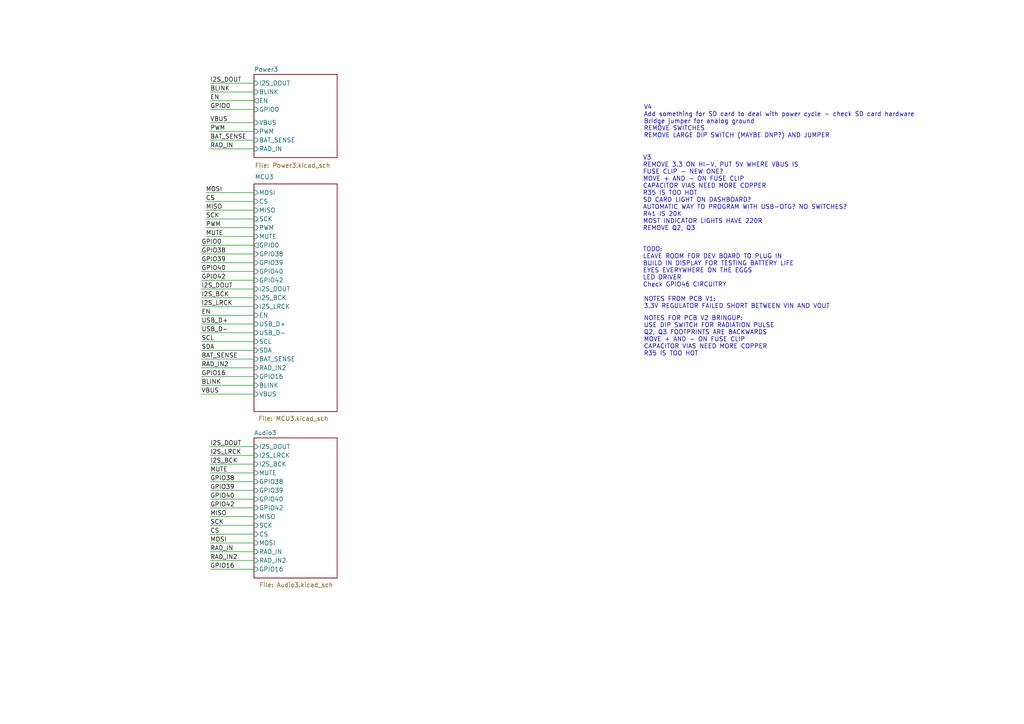
<source format=kicad_sch>
(kicad_sch
	(version 20250114)
	(generator "eeschema")
	(generator_version "9.0")
	(uuid "0a781558-ebe5-4562-8748-3cbe471da24e")
	(paper "A4")
	(title_block
		(title "POWER")
	)
	(lib_symbols)
	(text "V3\nREMOVE 3.3 ON HI-V, PUT 5V WHERE VBUS IS\nFUSE CLIP - NEW ONE?\nMOVE + AND - ON FUSE CLIP\nCAPACITOR VIAS NEED MORE COPPER\nR35 IS TOO HOT\nSD CARD LIGHT ON DASHBOARD?\nAUTOMATIC WAY TO PROGRAM WITH USB-OTG? NO SWITCHES?\nR41 IS 20K\nMOST INDICATOR LIGHTS HAVE 220R \nREMOVE Q2, Q3\n\n\nTODO:\nLEAVE ROOM FOR DEV BOARD TO PLUG IN\nBUILD IN DISPLAY FOR TESTING BATTERY LIFE\nEYES EVERYWHERE ON THE EGGS\nLED DRIVER\nCheck GPIO46 CIRCUITRY"
		(exclude_from_sim no)
		(at 186.436 64.262 0)
		(effects
			(font
				(size 1.27 1.27)
			)
			(justify left)
		)
		(uuid "3760ff42-b08b-4703-aaf8-aeb1eb1db20c")
	)
	(text "NOTES FOR PCB V2 BRINGUP:\nUSE DIP SWITCH FOR RADIATION PULSE\nQ2, Q3 FOOTPRINTS ARE BACKWARDS\nMOVE + AND - ON FUSE CLIP\nCAPACITOR VIAS NEED MORE COPPER\nR35 IS TOO HOT"
		(exclude_from_sim no)
		(at 186.69 97.536 0)
		(effects
			(font
				(size 1.27 1.27)
			)
			(justify left)
		)
		(uuid "3eee940c-3daf-4539-b402-6624e95890bf")
	)
	(text "NOTES FROM PCB V1:\n3.3V REGULATOR FAILED SHORT BETWEEN VIN AND VOUT"
		(exclude_from_sim no)
		(at 186.69 87.884 0)
		(effects
			(font
				(size 1.27 1.27)
			)
			(justify left)
		)
		(uuid "4bc7d904-9336-4473-9b75-88914af7bb07")
	)
	(text "V4\nAdd something for SD card to deal with power cycle - check SD card hardware\nBrIdge jumper for analog ground\nREMOVE SWITCHES\nREMOVE LARGE DIP SWITCH (MAYBE DNP?) AND JUMPER"
		(exclude_from_sim no)
		(at 186.69 35.306 0)
		(effects
			(font
				(size 1.27 1.27)
			)
			(justify left)
		)
		(uuid "6a804290-2ff1-43fc-a1f8-95684da6e0d8")
	)
	(wire
		(pts
			(xy 58.42 78.74) (xy 73.66 78.74)
		)
		(stroke
			(width 0)
			(type default)
		)
		(uuid "00d51275-3c9f-4e8a-891d-674dc05285b5")
	)
	(wire
		(pts
			(xy 58.42 96.52) (xy 73.66 96.52)
		)
		(stroke
			(width 0)
			(type default)
		)
		(uuid "17d01d1f-b5ad-4bf7-9839-bc7a01be1db2")
	)
	(wire
		(pts
			(xy 58.42 81.28) (xy 73.66 81.28)
		)
		(stroke
			(width 0)
			(type default)
		)
		(uuid "187f0d01-d358-4a97-9462-d67bb09ab9e1")
	)
	(wire
		(pts
			(xy 73.66 83.82) (xy 58.42 83.82)
		)
		(stroke
			(width 0)
			(type default)
		)
		(uuid "1a434ad7-f196-4851-a582-b8f2a94077c2")
	)
	(wire
		(pts
			(xy 60.96 31.75) (xy 73.66 31.75)
		)
		(stroke
			(width 0)
			(type default)
		)
		(uuid "1cd59efe-9f8b-40dd-aa67-1cc8e5d9a440")
	)
	(wire
		(pts
			(xy 58.42 73.66) (xy 73.66 73.66)
		)
		(stroke
			(width 0)
			(type default)
		)
		(uuid "1f3eada3-dc51-49f7-92d4-97b65c693013")
	)
	(wire
		(pts
			(xy 73.66 114.3) (xy 58.42 114.3)
		)
		(stroke
			(width 0)
			(type default)
		)
		(uuid "20481f50-9904-4cae-92e6-53bc82e1a12f")
	)
	(wire
		(pts
			(xy 73.66 111.76) (xy 58.42 111.76)
		)
		(stroke
			(width 0)
			(type default)
		)
		(uuid "20cbcacc-7ce9-4a41-af38-17a075f5758c")
	)
	(wire
		(pts
			(xy 59.69 63.5) (xy 73.66 63.5)
		)
		(stroke
			(width 0)
			(type default)
		)
		(uuid "2349a2cd-4fa2-4b67-b5fc-2f7231be1c94")
	)
	(wire
		(pts
			(xy 73.66 149.86) (xy 60.96 149.86)
		)
		(stroke
			(width 0)
			(type default)
		)
		(uuid "26a05d0a-9edb-4a62-9a87-9f2e9e9d5b40")
	)
	(wire
		(pts
			(xy 60.96 132.08) (xy 73.66 132.08)
		)
		(stroke
			(width 0)
			(type default)
		)
		(uuid "2a86a4a0-ad2d-493d-bb50-56860e94f7c6")
	)
	(wire
		(pts
			(xy 60.96 142.24) (xy 73.66 142.24)
		)
		(stroke
			(width 0)
			(type default)
		)
		(uuid "2c6488b6-6959-43f7-a3a6-6be4d53343b9")
	)
	(wire
		(pts
			(xy 73.66 88.9) (xy 58.42 88.9)
		)
		(stroke
			(width 0)
			(type default)
		)
		(uuid "37c95b4b-3806-4d96-9f5e-1632f608b932")
	)
	(wire
		(pts
			(xy 73.66 129.54) (xy 60.96 129.54)
		)
		(stroke
			(width 0)
			(type default)
		)
		(uuid "4341ca1c-7bdc-4b1a-8e3b-8b122da564a9")
	)
	(wire
		(pts
			(xy 73.66 109.22) (xy 58.42 109.22)
		)
		(stroke
			(width 0)
			(type default)
		)
		(uuid "43949e9e-b128-4f98-86ad-9f6fb5c578e5")
	)
	(wire
		(pts
			(xy 58.42 71.12) (xy 73.66 71.12)
		)
		(stroke
			(width 0)
			(type default)
		)
		(uuid "53733d68-5b7d-4366-93c4-7c364f49d99f")
	)
	(wire
		(pts
			(xy 58.42 93.98) (xy 73.66 93.98)
		)
		(stroke
			(width 0)
			(type default)
		)
		(uuid "6a16eb77-e9e1-4606-a657-b42998640c14")
	)
	(wire
		(pts
			(xy 60.96 26.67) (xy 73.66 26.67)
		)
		(stroke
			(width 0)
			(type default)
		)
		(uuid "709bb0ff-7676-4b1f-a009-7e218858d457")
	)
	(wire
		(pts
			(xy 60.96 147.32) (xy 73.66 147.32)
		)
		(stroke
			(width 0)
			(type default)
		)
		(uuid "76d84608-c5e4-49f6-9b3a-326468a0be34")
	)
	(wire
		(pts
			(xy 73.66 104.14) (xy 58.42 104.14)
		)
		(stroke
			(width 0)
			(type default)
		)
		(uuid "7cd84569-910e-45f0-b3af-9990a2b4f597")
	)
	(wire
		(pts
			(xy 60.96 165.1) (xy 73.66 165.1)
		)
		(stroke
			(width 0)
			(type default)
		)
		(uuid "82b65cc8-2759-4a69-843b-7bf75bd067fb")
	)
	(wire
		(pts
			(xy 60.96 139.7) (xy 73.66 139.7)
		)
		(stroke
			(width 0)
			(type default)
		)
		(uuid "843b94d0-39c3-4417-af26-4f8540756cad")
	)
	(wire
		(pts
			(xy 73.66 154.94) (xy 60.96 154.94)
		)
		(stroke
			(width 0)
			(type default)
		)
		(uuid "847ba38e-b3c4-4e0b-b6b8-7ba2cec47502")
	)
	(wire
		(pts
			(xy 73.66 152.4) (xy 60.96 152.4)
		)
		(stroke
			(width 0)
			(type default)
		)
		(uuid "87a3532f-7301-4486-9ec8-ffe18b051e79")
	)
	(wire
		(pts
			(xy 59.69 68.58) (xy 73.66 68.58)
		)
		(stroke
			(width 0)
			(type default)
		)
		(uuid "8bc69226-4d57-407d-9a32-3451aa289fd4")
	)
	(wire
		(pts
			(xy 73.66 35.56) (xy 60.96 35.56)
		)
		(stroke
			(width 0)
			(type default)
		)
		(uuid "8c34e4b0-ce49-4e2c-bd42-f03f49e2f403")
	)
	(wire
		(pts
			(xy 59.69 60.96) (xy 73.66 60.96)
		)
		(stroke
			(width 0)
			(type default)
		)
		(uuid "965637de-3f0b-43f2-8ebe-c36f32f4b1af")
	)
	(wire
		(pts
			(xy 73.66 160.02) (xy 60.96 160.02)
		)
		(stroke
			(width 0)
			(type default)
		)
		(uuid "a4aca49d-b192-430f-9c2f-3039055b765d")
	)
	(wire
		(pts
			(xy 58.42 91.44) (xy 73.66 91.44)
		)
		(stroke
			(width 0)
			(type default)
		)
		(uuid "ac4f844c-1dd4-41f8-b318-b2f1682b2083")
	)
	(wire
		(pts
			(xy 60.96 29.21) (xy 73.66 29.21)
		)
		(stroke
			(width 0)
			(type default)
		)
		(uuid "af118617-c222-4f30-8373-29594edcb5fc")
	)
	(wire
		(pts
			(xy 73.66 106.68) (xy 58.42 106.68)
		)
		(stroke
			(width 0)
			(type default)
		)
		(uuid "b17aac35-fa9a-4019-ad77-46e665980248")
	)
	(wire
		(pts
			(xy 73.66 38.1) (xy 60.96 38.1)
		)
		(stroke
			(width 0)
			(type default)
		)
		(uuid "b3ae3e40-f9a7-414a-8597-e39f90168936")
	)
	(wire
		(pts
			(xy 59.69 66.04) (xy 73.66 66.04)
		)
		(stroke
			(width 0)
			(type default)
		)
		(uuid "b7a8d237-6f65-46de-af6f-8322c4e05e11")
	)
	(wire
		(pts
			(xy 60.96 134.62) (xy 73.66 134.62)
		)
		(stroke
			(width 0)
			(type default)
		)
		(uuid "ba42c7b6-74ea-406c-9dfe-fdb010a28b2b")
	)
	(wire
		(pts
			(xy 58.42 76.2) (xy 73.66 76.2)
		)
		(stroke
			(width 0)
			(type default)
		)
		(uuid "bf0020e8-5e68-41fd-aeaa-f8f0f2f49132")
	)
	(wire
		(pts
			(xy 73.66 43.18) (xy 60.96 43.18)
		)
		(stroke
			(width 0)
			(type default)
		)
		(uuid "cb7f8548-92a4-4a3a-b534-a7dca254f3a3")
	)
	(wire
		(pts
			(xy 58.42 99.06) (xy 73.66 99.06)
		)
		(stroke
			(width 0)
			(type default)
		)
		(uuid "cf38914f-a75b-45a2-8271-bd7d08670489")
	)
	(wire
		(pts
			(xy 60.96 144.78) (xy 73.66 144.78)
		)
		(stroke
			(width 0)
			(type default)
		)
		(uuid "d1d79501-bf39-40db-bae4-79a8b9ce44f6")
	)
	(wire
		(pts
			(xy 73.66 86.36) (xy 58.42 86.36)
		)
		(stroke
			(width 0)
			(type default)
		)
		(uuid "dc84777f-09a7-43cc-a4f4-c67041b2440a")
	)
	(wire
		(pts
			(xy 73.66 157.48) (xy 60.96 157.48)
		)
		(stroke
			(width 0)
			(type default)
		)
		(uuid "de05d0c3-7f33-4363-b68f-8f4dbdf73d1a")
	)
	(wire
		(pts
			(xy 73.66 162.56) (xy 60.96 162.56)
		)
		(stroke
			(width 0)
			(type default)
		)
		(uuid "e95ea8e5-a5ae-4f3d-8002-d1918dc30fd6")
	)
	(wire
		(pts
			(xy 58.42 101.6) (xy 73.66 101.6)
		)
		(stroke
			(width 0)
			(type default)
		)
		(uuid "ee940359-9c37-49e9-97b1-b76630c44c50")
	)
	(wire
		(pts
			(xy 60.96 24.13) (xy 73.66 24.13)
		)
		(stroke
			(width 0)
			(type default)
		)
		(uuid "f23393b7-5aea-4103-a55b-328cb1d1e294")
	)
	(wire
		(pts
			(xy 60.96 137.16) (xy 73.66 137.16)
		)
		(stroke
			(width 0)
			(type default)
		)
		(uuid "f3aa6aba-7ed2-4bc6-ae38-a3aad0eacbbd")
	)
	(wire
		(pts
			(xy 73.66 40.64) (xy 60.96 40.64)
		)
		(stroke
			(width 0)
			(type default)
		)
		(uuid "f6d308ab-8708-4688-b9dc-58fdc2440899")
	)
	(wire
		(pts
			(xy 73.66 55.88) (xy 59.69 55.88)
		)
		(stroke
			(width 0)
			(type default)
		)
		(uuid "f7504d3f-b4bb-42df-8c57-89dfdff49f4d")
	)
	(wire
		(pts
			(xy 59.69 58.42) (xy 73.66 58.42)
		)
		(stroke
			(width 0)
			(type default)
		)
		(uuid "f846ba87-39b0-4205-8dc9-f0d22e065528")
	)
	(label "SDA"
		(at 58.42 101.6 0)
		(effects
			(font
				(size 1.27 1.27)
			)
			(justify left bottom)
		)
		(uuid "00e90810-afd1-4318-b29c-40c2262d391c")
	)
	(label "MUTE"
		(at 59.69 68.58 0)
		(effects
			(font
				(size 1.27 1.27)
			)
			(justify left bottom)
		)
		(uuid "05f2e2a5-c19c-4aca-a249-dc5a97e1fe9b")
	)
	(label "VBUS"
		(at 60.96 35.56 0)
		(effects
			(font
				(size 1.27 1.27)
			)
			(justify left bottom)
		)
		(uuid "10a5282e-e56a-4652-9819-8a97103526d3")
	)
	(label "USB_D-"
		(at 58.42 96.52 0)
		(effects
			(font
				(size 1.27 1.27)
			)
			(justify left bottom)
		)
		(uuid "13367ad7-c3da-45b9-8f68-2c488acba365")
	)
	(label "I2S_LRCK"
		(at 60.96 132.08 0)
		(effects
			(font
				(size 1.27 1.27)
			)
			(justify left bottom)
		)
		(uuid "1526b434-c438-4564-8d08-ec918847368e")
	)
	(label "GPIO16"
		(at 58.42 109.22 0)
		(effects
			(font
				(size 1.27 1.27)
			)
			(justify left bottom)
		)
		(uuid "1a803dd8-1afb-4b19-a0f3-1c92a9946fa2")
	)
	(label "MISO"
		(at 60.96 149.86 0)
		(effects
			(font
				(size 1.27 1.27)
			)
			(justify left bottom)
		)
		(uuid "1ecbbbd5-33f2-4a4e-be9e-8fcf78287925")
	)
	(label "BAT_SENSE"
		(at 58.42 104.14 0)
		(effects
			(font
				(size 1.27 1.27)
			)
			(justify left bottom)
		)
		(uuid "21b7c23e-0dec-4a16-b235-08908dda8944")
	)
	(label "PWM"
		(at 60.96 38.1 0)
		(effects
			(font
				(size 1.27 1.27)
			)
			(justify left bottom)
		)
		(uuid "29668604-2b20-4cd5-975d-bb60ea28c91c")
	)
	(label "GPIO0"
		(at 58.42 71.12 0)
		(effects
			(font
				(size 1.27 1.27)
			)
			(justify left bottom)
		)
		(uuid "2b82d51c-69f6-4a17-a439-1607ab63c04e")
	)
	(label "I2S_LRCK"
		(at 58.42 88.9 0)
		(effects
			(font
				(size 1.27 1.27)
			)
			(justify left bottom)
		)
		(uuid "2e856661-ffc8-433d-961f-3cc88a633fc0")
	)
	(label "MUTE"
		(at 60.96 137.16 0)
		(effects
			(font
				(size 1.27 1.27)
			)
			(justify left bottom)
		)
		(uuid "3f75cbd6-0d04-437f-b06b-c753c532c22c")
	)
	(label "GPIO16"
		(at 60.96 165.1 0)
		(effects
			(font
				(size 1.27 1.27)
			)
			(justify left bottom)
		)
		(uuid "4b6d1865-d4ce-4ecc-84a1-66a8475d124a")
	)
	(label "MISO"
		(at 59.69 60.96 0)
		(effects
			(font
				(size 1.27 1.27)
			)
			(justify left bottom)
		)
		(uuid "4e19abde-7a89-450d-8f97-d46fa14900d4")
	)
	(label "GPIO40"
		(at 60.96 144.78 0)
		(effects
			(font
				(size 1.27 1.27)
			)
			(justify left bottom)
		)
		(uuid "51f1376f-5415-4718-8556-d413c632a37c")
	)
	(label "MOSI"
		(at 59.69 55.88 0)
		(effects
			(font
				(size 1.27 1.27)
			)
			(justify left bottom)
		)
		(uuid "59846df6-9020-4337-918f-d749baabe3ee")
	)
	(label "BLINK"
		(at 60.96 26.67 0)
		(effects
			(font
				(size 1.27 1.27)
			)
			(justify left bottom)
		)
		(uuid "647ff05e-a383-427e-a40d-e627c7a105c7")
	)
	(label "GPIO38"
		(at 58.42 73.66 0)
		(effects
			(font
				(size 1.27 1.27)
			)
			(justify left bottom)
		)
		(uuid "6a00b6c3-bb39-4e1a-a30f-27621c7b01ec")
	)
	(label "RAD_IN2"
		(at 58.42 106.68 0)
		(effects
			(font
				(size 1.27 1.27)
			)
			(justify left bottom)
		)
		(uuid "6a18a20a-7e7e-484a-b87c-2bfc901fccfe")
	)
	(label "I2S_BCK"
		(at 60.96 134.62 0)
		(effects
			(font
				(size 1.27 1.27)
			)
			(justify left bottom)
		)
		(uuid "738a9128-26f7-487a-98bf-62a7d01e5783")
	)
	(label "GPIO39"
		(at 58.42 76.2 0)
		(effects
			(font
				(size 1.27 1.27)
			)
			(justify left bottom)
		)
		(uuid "83910de1-90f7-46eb-85d8-2a6fc067ec1d")
	)
	(label "SCK"
		(at 59.69 63.5 0)
		(effects
			(font
				(size 1.27 1.27)
			)
			(justify left bottom)
		)
		(uuid "8c63ff11-be6d-4429-b189-df83fb34bd1c")
	)
	(label "PWM"
		(at 59.69 66.04 0)
		(effects
			(font
				(size 1.27 1.27)
			)
			(justify left bottom)
		)
		(uuid "92bd6725-83ca-4375-aa9e-d8dc0fa5424e")
	)
	(label "CS"
		(at 59.69 58.42 0)
		(effects
			(font
				(size 1.27 1.27)
			)
			(justify left bottom)
		)
		(uuid "934a300d-a898-4abc-beb5-a95bf953e24a")
	)
	(label "CS"
		(at 60.96 154.94 0)
		(effects
			(font
				(size 1.27 1.27)
			)
			(justify left bottom)
		)
		(uuid "9b7233ac-42c1-436c-8c47-cc57170128c7")
	)
	(label "USB_D+"
		(at 58.42 93.98 0)
		(effects
			(font
				(size 1.27 1.27)
			)
			(justify left bottom)
		)
		(uuid "a70b322a-ae54-4e3d-bbf4-8ae95bffa33c")
	)
	(label "RAD_IN2"
		(at 60.96 162.56 0)
		(effects
			(font
				(size 1.27 1.27)
			)
			(justify left bottom)
		)
		(uuid "a77e46a2-b816-4ed8-9f57-7dcfd52765e8")
	)
	(label "GPIO38"
		(at 60.96 139.7 0)
		(effects
			(font
				(size 1.27 1.27)
			)
			(justify left bottom)
		)
		(uuid "aa7e27ac-da64-4867-9e44-0daa47cb08a1")
	)
	(label "BLINK"
		(at 58.42 111.76 0)
		(effects
			(font
				(size 1.27 1.27)
			)
			(justify left bottom)
		)
		(uuid "ac1a1a16-6cb9-4a91-b9bb-87b4cdeb0bb8")
	)
	(label "GPIO0"
		(at 60.96 31.75 0)
		(effects
			(font
				(size 1.27 1.27)
			)
			(justify left bottom)
		)
		(uuid "b0d1a239-4248-4692-b245-e34f484ba3fb")
	)
	(label "BAT_SENSE"
		(at 60.96 40.64 0)
		(effects
			(font
				(size 1.27 1.27)
			)
			(justify left bottom)
		)
		(uuid "b5f309b9-72fb-497c-b7cc-8bba35d7c773")
	)
	(label "SCL"
		(at 58.42 99.06 0)
		(effects
			(font
				(size 1.27 1.27)
			)
			(justify left bottom)
		)
		(uuid "b6ff34ce-9673-4332-9c37-7e556c027b19")
	)
	(label "GPIO42"
		(at 60.96 147.32 0)
		(effects
			(font
				(size 1.27 1.27)
			)
			(justify left bottom)
		)
		(uuid "ca08bb8e-cf04-4fdf-b75d-00590be55fbf")
	)
	(label "GPIO39"
		(at 60.96 142.24 0)
		(effects
			(font
				(size 1.27 1.27)
			)
			(justify left bottom)
		)
		(uuid "cf981ae6-3756-44cc-97ea-911ad8bb43f5")
	)
	(label "VBUS"
		(at 58.42 114.3 0)
		(effects
			(font
				(size 1.27 1.27)
			)
			(justify left bottom)
		)
		(uuid "d1b95b20-ea76-4b39-b82c-fde0bff583f1")
	)
	(label "RAD_IN"
		(at 60.96 43.18 0)
		(effects
			(font
				(size 1.27 1.27)
			)
			(justify left bottom)
		)
		(uuid "d2c6ab1a-f87f-40db-a367-59719b1918e6")
	)
	(label "RAD_IN"
		(at 60.96 160.02 0)
		(effects
			(font
				(size 1.27 1.27)
			)
			(justify left bottom)
		)
		(uuid "d3e3c7e9-c356-4085-9c7d-1a4ef65fdb90")
	)
	(label "I2S_DOUT"
		(at 60.96 129.54 0)
		(effects
			(font
				(size 1.27 1.27)
			)
			(justify left bottom)
		)
		(uuid "d3f4d3bd-0143-41ed-af7a-428433846dd3")
	)
	(label "MOSI"
		(at 60.96 157.48 0)
		(effects
			(font
				(size 1.27 1.27)
			)
			(justify left bottom)
		)
		(uuid "d4deff41-9cb0-419c-b01d-9f57dd878436")
	)
	(label "SCK"
		(at 60.96 152.4 0)
		(effects
			(font
				(size 1.27 1.27)
			)
			(justify left bottom)
		)
		(uuid "dc6e1dc8-6315-48a2-89cb-a64b9bd8ff4b")
	)
	(label "EN"
		(at 60.96 29.21 0)
		(effects
			(font
				(size 1.27 1.27)
			)
			(justify left bottom)
		)
		(uuid "de3a5adc-b487-4a05-a815-8a4861263b92")
	)
	(label "GPIO40"
		(at 58.42 78.74 0)
		(effects
			(font
				(size 1.27 1.27)
			)
			(justify left bottom)
		)
		(uuid "e042b7d6-afe5-428f-8a20-c33daaa7d90e")
	)
	(label "GPIO42"
		(at 58.42 81.28 0)
		(effects
			(font
				(size 1.27 1.27)
			)
			(justify left bottom)
		)
		(uuid "e50843d7-4324-4a40-bd84-8fea7b310280")
	)
	(label "EN"
		(at 58.42 91.44 0)
		(effects
			(font
				(size 1.27 1.27)
			)
			(justify left bottom)
		)
		(uuid "e5f1e5b2-d058-479a-bdeb-6b5862ae51c5")
	)
	(label "I2S_DOUT"
		(at 60.96 24.13 0)
		(effects
			(font
				(size 1.27 1.27)
			)
			(justify left bottom)
		)
		(uuid "ee6d5dc5-80ee-4dd8-86cc-67a8db50880c")
	)
	(label "I2S_DOUT"
		(at 58.42 83.82 0)
		(effects
			(font
				(size 1.27 1.27)
			)
			(justify left bottom)
		)
		(uuid "ef660538-3fc5-47c9-8279-939f5552a4d6")
	)
	(label "I2S_BCK"
		(at 58.42 86.36 0)
		(effects
			(font
				(size 1.27 1.27)
			)
			(justify left bottom)
		)
		(uuid "f47fc5ab-c1f8-4d93-844e-47fdd082b21a")
	)
	(sheet
		(at 73.66 53.34)
		(size 24.13 66.04)
		(exclude_from_sim no)
		(in_bom yes)
		(on_board yes)
		(dnp no)
		(stroke
			(width 0.1524)
			(type solid)
		)
		(fill
			(color 0 0 0 0.0000)
		)
		(uuid "553d155f-51d7-41f8-b819-9cc6d294555d")
		(property "Sheetname" "MCU3"
			(at 73.914 52.07 0)
			(effects
				(font
					(size 1.27 1.27)
				)
				(justify left bottom)
			)
		)
		(property "Sheetfile" "MCU3.kicad_sch"
			(at 74.93 120.65 0)
			(effects
				(font
					(size 1.27 1.27)
				)
				(justify left top)
			)
		)
		(pin "PWM" input
			(at 73.66 66.04 180)
			(uuid "42a93fe2-4817-4fd9-816e-3bd015a1a960")
			(effects
				(font
					(size 1.27 1.27)
				)
				(justify left)
			)
		)
		(pin "MOSI" input
			(at 73.66 55.88 180)
			(uuid "14d9bee1-fc21-45d1-a1ee-621f6a671d24")
			(effects
				(font
					(size 1.27 1.27)
				)
				(justify left)
			)
		)
		(pin "CS" input
			(at 73.66 58.42 180)
			(uuid "e5cdb24a-1f5b-4834-be11-f16511810d1d")
			(effects
				(font
					(size 1.27 1.27)
				)
				(justify left)
			)
		)
		(pin "MISO" input
			(at 73.66 60.96 180)
			(uuid "035598f6-83f6-4b47-9724-be11a6658197")
			(effects
				(font
					(size 1.27 1.27)
				)
				(justify left)
			)
		)
		(pin "MUTE" input
			(at 73.66 68.58 180)
			(uuid "80e129de-b5ff-4217-a1c3-ebce762439f3")
			(effects
				(font
					(size 1.27 1.27)
				)
				(justify left)
			)
		)
		(pin "I2S_DOUT" input
			(at 73.66 83.82 180)
			(uuid "d1c4e243-6339-441b-84fe-394997173f4e")
			(effects
				(font
					(size 1.27 1.27)
				)
				(justify left)
			)
		)
		(pin "I2S_BCK" input
			(at 73.66 86.36 180)
			(uuid "c984886b-a653-459b-a309-2085de4d2218")
			(effects
				(font
					(size 1.27 1.27)
				)
				(justify left)
			)
		)
		(pin "I2S_LRCK" input
			(at 73.66 88.9 180)
			(uuid "334ec726-ff39-4545-8d1f-e4f6248a0982")
			(effects
				(font
					(size 1.27 1.27)
				)
				(justify left)
			)
		)
		(pin "EN" input
			(at 73.66 91.44 180)
			(uuid "b7e582fd-e217-4009-ac79-75e49f8a3bac")
			(effects
				(font
					(size 1.27 1.27)
				)
				(justify left)
			)
		)
		(pin "USB_D+" input
			(at 73.66 93.98 180)
			(uuid "54e379b3-c80e-43c4-ac73-fff6f1696ade")
			(effects
				(font
					(size 1.27 1.27)
				)
				(justify left)
			)
		)
		(pin "SDA" input
			(at 73.66 101.6 180)
			(uuid "93c644de-1014-4529-bc0a-9acc3157b50a")
			(effects
				(font
					(size 1.27 1.27)
				)
				(justify left)
			)
		)
		(pin "USB_D-" input
			(at 73.66 96.52 180)
			(uuid "e2d25cc2-8499-47a0-bc1c-eeecc8fe1bd4")
			(effects
				(font
					(size 1.27 1.27)
				)
				(justify left)
			)
		)
		(pin "SCL" input
			(at 73.66 99.06 180)
			(uuid "e4c66ecb-e96e-4f58-a6b1-9b63759346bb")
			(effects
				(font
					(size 1.27 1.27)
				)
				(justify left)
			)
		)
		(pin "SCK" input
			(at 73.66 63.5 180)
			(uuid "d14bd2b1-78ef-4d53-9e61-96fcce6ff65d")
			(effects
				(font
					(size 1.27 1.27)
				)
				(justify left)
			)
		)
		(pin "GPIO0" output
			(at 73.66 71.12 180)
			(uuid "3e51a168-30e0-4b4a-9e77-d173891d312a")
			(effects
				(font
					(size 1.27 1.27)
				)
				(justify left)
			)
		)
		(pin "GPIO38" input
			(at 73.66 73.66 180)
			(uuid "f80cd076-189d-4fea-893d-583bbea78fb6")
			(effects
				(font
					(size 1.27 1.27)
				)
				(justify left)
			)
		)
		(pin "GPIO39" input
			(at 73.66 76.2 180)
			(uuid "c04fe439-33a7-4fb7-bdd6-68c6dfbdd2b2")
			(effects
				(font
					(size 1.27 1.27)
				)
				(justify left)
			)
		)
		(pin "GPIO40" input
			(at 73.66 78.74 180)
			(uuid "22f39a2a-536b-4601-92ac-15a0210eedb6")
			(effects
				(font
					(size 1.27 1.27)
				)
				(justify left)
			)
		)
		(pin "GPIO42" input
			(at 73.66 81.28 180)
			(uuid "81dbaa43-a71b-43bf-8a9b-63a1d8ab907c")
			(effects
				(font
					(size 1.27 1.27)
				)
				(justify left)
			)
		)
		(pin "RAD_IN2" input
			(at 73.66 106.68 180)
			(uuid "32639452-fa2a-4d39-95bc-921c6be4e1f3")
			(effects
				(font
					(size 1.27 1.27)
				)
				(justify left)
			)
		)
		(pin "GPIO16" input
			(at 73.66 109.22 180)
			(uuid "ae05cb11-b315-422d-b99d-82be99ea9c77")
			(effects
				(font
					(size 1.27 1.27)
				)
				(justify left)
			)
		)
		(pin "BLINK" input
			(at 73.66 111.76 180)
			(uuid "ff3a26d3-40ce-45e7-b313-a8591f38f4a9")
			(effects
				(font
					(size 1.27 1.27)
				)
				(justify left)
			)
		)
		(pin "BAT_SENSE" input
			(at 73.66 104.14 180)
			(uuid "1e360545-932b-4093-920e-ee7b910abefd")
			(effects
				(font
					(size 1.27 1.27)
				)
				(justify left)
			)
		)
		(pin "VBUS" input
			(at 73.66 114.3 180)
			(uuid "d8239a7d-33b1-48d0-8b78-aeabe7930c76")
			(effects
				(font
					(size 1.27 1.27)
				)
				(justify left)
			)
		)
		(instances
			(project "Radiation3"
				(path "/0a781558-ebe5-4562-8748-3cbe471da24e"
					(page "3")
				)
			)
		)
	)
	(sheet
		(at 73.66 21.59)
		(size 24.13 24.13)
		(exclude_from_sim no)
		(in_bom yes)
		(on_board yes)
		(dnp no)
		(stroke
			(width 0.1524)
			(type solid)
		)
		(fill
			(color 0 0 0 0.0000)
		)
		(uuid "61d54e0e-bfef-4c96-86a7-a9968a7c2798")
		(property "Sheetname" "Power3"
			(at 73.66 20.8784 0)
			(effects
				(font
					(size 1.27 1.27)
				)
				(justify left bottom)
			)
		)
		(property "Sheetfile" "Power3.kicad_sch"
			(at 73.914 47.244 0)
			(effects
				(font
					(size 1.27 1.27)
				)
				(justify left top)
			)
		)
		(pin "VBUS" input
			(at 73.66 35.56 180)
			(uuid "bbf20841-e019-4547-9bc8-1dfc365a24f8")
			(effects
				(font
					(size 1.27 1.27)
				)
				(justify left)
			)
		)
		(pin "PWM" input
			(at 73.66 38.1 180)
			(uuid "5eab1e3a-152c-4a13-90bc-5af57ff39fed")
			(effects
				(font
					(size 1.27 1.27)
				)
				(justify left)
			)
		)
		(pin "EN" output
			(at 73.66 29.21 180)
			(uuid "1328f00f-84eb-4f47-8e55-ddf31947dcbe")
			(effects
				(font
					(size 1.27 1.27)
				)
				(justify left)
			)
		)
		(pin "GPIO0" input
			(at 73.66 31.75 180)
			(uuid "83bf40df-1574-4925-9bb0-cc63693455b5")
			(effects
				(font
					(size 1.27 1.27)
				)
				(justify left)
			)
		)
		(pin "BLINK" input
			(at 73.66 26.67 180)
			(uuid "ca044bd9-9af4-4358-8d2a-0f12041fa365")
			(effects
				(font
					(size 1.27 1.27)
				)
				(justify left)
			)
		)
		(pin "BAT_SENSE" input
			(at 73.66 40.64 180)
			(uuid "76bb6b33-4437-452a-9205-2d482d58c957")
			(effects
				(font
					(size 1.27 1.27)
				)
				(justify left)
			)
		)
		(pin "RAD_IN" input
			(at 73.66 43.18 180)
			(uuid "e408da4f-e298-4136-9042-f6b098fe4d13")
			(effects
				(font
					(size 1.27 1.27)
				)
				(justify left)
			)
		)
		(pin "I2S_DOUT" input
			(at 73.66 24.13 180)
			(uuid "2e2b575f-7a77-4976-9aec-161657ecaa1f")
			(effects
				(font
					(size 1.27 1.27)
				)
				(justify left)
			)
		)
		(instances
			(project "Radiation3"
				(path "/0a781558-ebe5-4562-8748-3cbe471da24e"
					(page "2")
				)
			)
		)
	)
	(sheet
		(at 73.66 127)
		(size 24.13 40.64)
		(exclude_from_sim no)
		(in_bom yes)
		(on_board yes)
		(dnp no)
		(stroke
			(width 0.1524)
			(type solid)
		)
		(fill
			(color 0 0 0 0.0000)
		)
		(uuid "b03a8cbd-5823-419c-808a-8b6445fe34d3")
		(property "Sheetname" "Audio3"
			(at 73.66 126.2884 0)
			(effects
				(font
					(size 1.27 1.27)
				)
				(justify left bottom)
			)
		)
		(property "Sheetfile" "Audio3.kicad_sch"
			(at 75.184 168.91 0)
			(effects
				(font
					(size 1.27 1.27)
				)
				(justify left top)
			)
		)
		(pin "I2S_DOUT" input
			(at 73.66 129.54 180)
			(uuid "65272281-d2d7-49e9-825e-4832744d2787")
			(effects
				(font
					(size 1.27 1.27)
				)
				(justify left)
			)
		)
		(pin "I2S_LRCK" input
			(at 73.66 132.08 180)
			(uuid "c92f7b4b-ddf3-455d-a6b4-2fbcbe7fdd07")
			(effects
				(font
					(size 1.27 1.27)
				)
				(justify left)
			)
		)
		(pin "I2S_BCK" input
			(at 73.66 134.62 180)
			(uuid "fd99170c-ecf3-4e72-9566-82028d6c5a56")
			(effects
				(font
					(size 1.27 1.27)
				)
				(justify left)
			)
		)
		(pin "MUTE" input
			(at 73.66 137.16 180)
			(uuid "fdff88a7-9de6-4a10-85fb-62de74b56168")
			(effects
				(font
					(size 1.27 1.27)
				)
				(justify left)
			)
		)
		(pin "MISO" input
			(at 73.66 149.86 180)
			(uuid "831a6e53-d406-4ef7-93db-9b09745c8ebe")
			(effects
				(font
					(size 1.27 1.27)
				)
				(justify left)
			)
		)
		(pin "SCK" input
			(at 73.66 152.4 180)
			(uuid "fa290403-7d4f-42d8-a24f-d9a7a515e3e4")
			(effects
				(font
					(size 1.27 1.27)
				)
				(justify left)
			)
		)
		(pin "CS" input
			(at 73.66 154.94 180)
			(uuid "90c1469b-01b4-416b-a694-dee52521e817")
			(effects
				(font
					(size 1.27 1.27)
				)
				(justify left)
			)
		)
		(pin "MOSI" input
			(at 73.66 157.48 180)
			(uuid "ff681818-cbf5-4a11-9a81-994883677114")
			(effects
				(font
					(size 1.27 1.27)
				)
				(justify left)
			)
		)
		(pin "GPIO38" input
			(at 73.66 139.7 180)
			(uuid "3a84cf8d-32fc-40cd-9850-672aa59bb3ec")
			(effects
				(font
					(size 1.27 1.27)
				)
				(justify left)
			)
		)
		(pin "GPIO39" input
			(at 73.66 142.24 180)
			(uuid "05513a58-dff3-4183-8d6c-ba008b406ce9")
			(effects
				(font
					(size 1.27 1.27)
				)
				(justify left)
			)
		)
		(pin "GPIO40" input
			(at 73.66 144.78 180)
			(uuid "fc0785c0-e17e-49bf-95b5-bdd3fae60598")
			(effects
				(font
					(size 1.27 1.27)
				)
				(justify left)
			)
		)
		(pin "GPIO42" input
			(at 73.66 147.32 180)
			(uuid "7aeb2cce-51ad-4d61-883e-3aa42fb33ca8")
			(effects
				(font
					(size 1.27 1.27)
				)
				(justify left)
			)
		)
		(pin "RAD_IN" input
			(at 73.66 160.02 180)
			(uuid "eb238d03-fbdf-463d-9ab5-04dcee413952")
			(effects
				(font
					(size 1.27 1.27)
				)
				(justify left)
			)
		)
		(pin "GPIO16" input
			(at 73.66 165.1 180)
			(uuid "ad2d0f54-14bb-4d16-8f75-85396def40dd")
			(effects
				(font
					(size 1.27 1.27)
				)
				(justify left)
			)
		)
		(pin "RAD_IN2" input
			(at 73.66 162.56 180)
			(uuid "8431ea21-b3d3-4513-882a-2a1ccbf43d97")
			(effects
				(font
					(size 1.27 1.27)
				)
				(justify left)
			)
		)
		(instances
			(project "Radiation3"
				(path "/0a781558-ebe5-4562-8748-3cbe471da24e"
					(page "4")
				)
			)
		)
	)
	(sheet_instances
		(path "/"
			(page "1")
		)
	)
	(embedded_fonts no)
)

</source>
